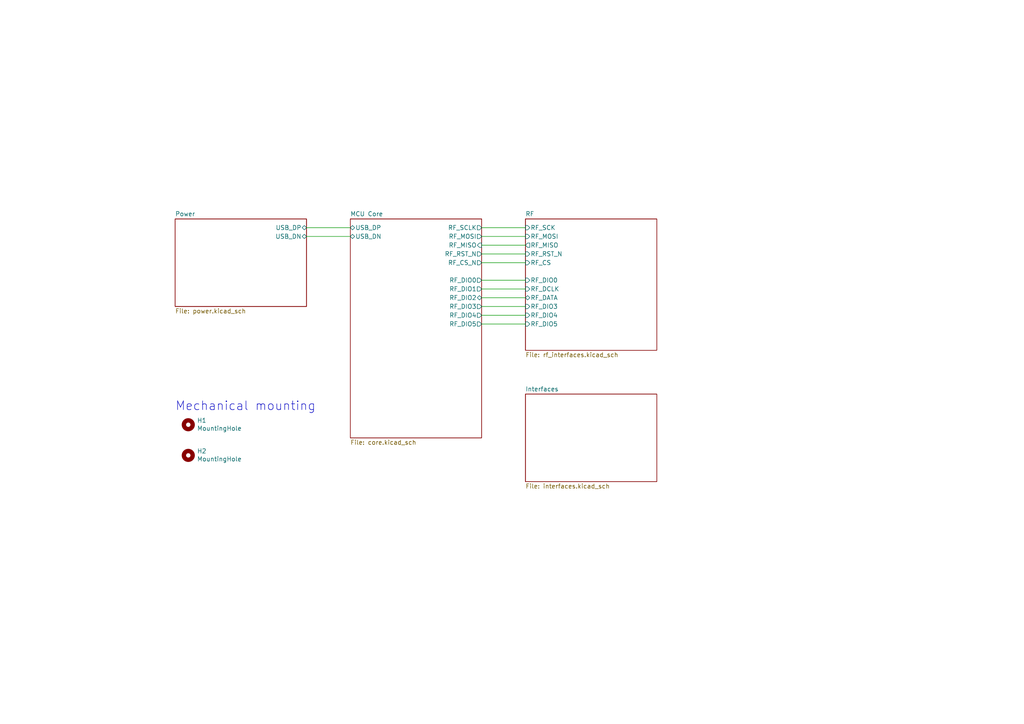
<source format=kicad_sch>
(kicad_sch (version 20211123) (generator eeschema)
  (paper "A4")
  (title_block (title "LoRa Expansion Card for Frame.Work Laptop") (date "2020-12-12") (rev "X1") (company "Framework") (comment 1 "This work is licensed under a Creative Commons Attribution 4.0 International License") (comment 3 "Kris Keillor") (comment 4 "https://frame.work"))
  (lib_symbols
    (symbol "Mechanical:MountingHole" (pin_names (offset 1.016))
      (property "Reference" "H" (at 0 5.08 0))
      (property "Value" "MountingHole" (at 0 3.175 0))
      (symbol "MountingHole_0_1"
        (circle (center 0 0) (radius 1.27) (stroke (width 1.27)))
      )
    )
  )
  (wire (pts (xy 139.7 68.58) (xy 152.4 68.58)))
  (wire (pts (xy 139.7 93.98) (xy 152.4 93.98)))
  (wire (pts (xy 139.7 81.28) (xy 152.4 81.28)))
  (wire (pts (xy 139.7 88.9) (xy 152.4 88.9)))
  (wire (pts (xy 139.7 76.2) (xy 152.4 76.2)))
  (wire (pts (xy 139.7 66.04) (xy 152.4 66.04)))
  (wire (pts (xy 139.7 73.66) (xy 152.4 73.66)))
  (wire (pts (xy 139.7 91.44) (xy 152.4 91.44)))
  (wire (pts (xy 88.9 66.04) (xy 101.6 66.04)))
  (wire (pts (xy 139.7 83.82) (xy 152.4 83.82)))
  (wire (pts (xy 139.7 86.36) (xy 152.4 86.36)))
  (wire (pts (xy 88.9 68.58) (xy 101.6 68.58)))
  (wire (pts (xy 139.7 71.12) (xy 152.4 71.12)))
  (text "Mechanical mounting" (at 50.8 119.38 0) (effects (font (size 2.54 2.54)) (justify left bottom)))
  (symbol (lib_id "Mechanical:MountingHole") (at 54.61 123.19 0) (unit 1)
    (property "Reference" "H1" (at 57.15 121.9454 0) (effects (justify left)))
    (property "Value" "MountingHole" (at 57.15 124.2568 0) (effects (justify left)))
    (property "Footprint" "MountingHole:MountingHole_2.2mm_M2" (effects hide))
  )
  (symbol (lib_id "Mechanical:MountingHole") (at 54.61 132.08 0) (unit 1)
    (property "Reference" "H2" (at 57.15 130.8354 0) (effects (justify left)))
    (property "Value" "MountingHole" (at 57.15 133.1468 0) (effects (justify left)))
    (property "Footprint" "MountingHole:MountingHole_2.2mm_M2" (effects hide))
  )
  (sheet (at 152.4 114.3) (size 38.1 25.4) (stroke (width 0.1524))
    (property "Sheet name" "Interfaces" (at 152.4 113.5884 0) (effects (justify left bottom)))
    (property "Sheet file" "interfaces.kicad_sch" (at 152.4 140.2846 0) (effects (justify left top)))
  )
  (sheet (at 50.8 63.5) (size 38.1 25.4) (stroke (width 0.1524))
    (property "Sheet name" "Power" (at 50.8 62.7884 0) (effects (justify left bottom)))
    (property "Sheet file" "power.kicad_sch" (at 50.8 89.4846 0) (effects (justify left top)))
    (pin "USB_DN" bidirectional (at 88.9 68.58 0))
    (pin "USB_DP" bidirectional (at 88.9 66.04 0))
  )
  (sheet (at 101.6 63.5) (size 38.1 63.5) (stroke (width 0.1524))
    (property "Sheet name" "MCU Core" (at 101.6 62.7884 0) (effects (justify left bottom)))
    (property "Sheet file" "core.kicad_sch" (at 101.6 127.5846 0) (effects (justify left top)))
    (pin "RF_CS_N" output (at 139.7 76.2 0))
    (pin "RF_MISO" input (at 139.7 71.12 0))
    (pin "RF_SCLK" output (at 139.7 66.04 0))
    (pin "RF_MOSI" output (at 139.7 68.58 0))
    (pin "RF_RST_N" output (at 139.7 73.66 0))
    (pin "USB_DP" bidirectional (at 101.6 66.04 180))
    (pin "USB_DN" bidirectional (at 101.6 68.58 180))
    (pin "RF_DIO1" output (at 139.7 83.82 0))
    (pin "RF_DIO4" output (at 139.7 91.44 0))
    (pin "RF_DIO3" output (at 139.7 88.9 0))
    (pin "RF_DIO2" bidirectional (at 139.7 86.36 0))
    (pin "RF_DIO5" output (at 139.7 93.98 0))
    (pin "RF_DIO0" output (at 139.7 81.28 0))
  )
  (sheet (at 152.4 63.5) (size 38.1 38.1) (stroke (width 0.1524))
    (property "Sheet name" "RF" (at 152.4 62.7884 0) (effects (justify left bottom)))
    (property "Sheet file" "rf_interfaces.kicad_sch" (at 152.4 102.1846 0) (effects (justify left top)))
    (pin "RF_CS" input (at 152.4 76.2 180))
    (pin "RF_RST_N" input (at 152.4 73.66 180))
    (pin "RF_DIO4" input (at 152.4 91.44 180))
    (pin "RF_DIO3" input (at 152.4 88.9 180))
    (pin "RF_DIO5" input (at 152.4 93.98 180))
    (pin "RF_MOSI" input (at 152.4 68.58 180))
    (pin "RF_SCK" input (at 152.4 66.04 180))
    (pin "RF_MISO" output (at 152.4 71.12 180))
    (pin "RF_DCLK" input (at 152.4 83.82 180))
    (pin "RF_DATA" bidirectional (at 152.4 86.36 180))
    (pin "RF_DIO0" input (at 152.4 81.28 180))
  )
)
</source>
